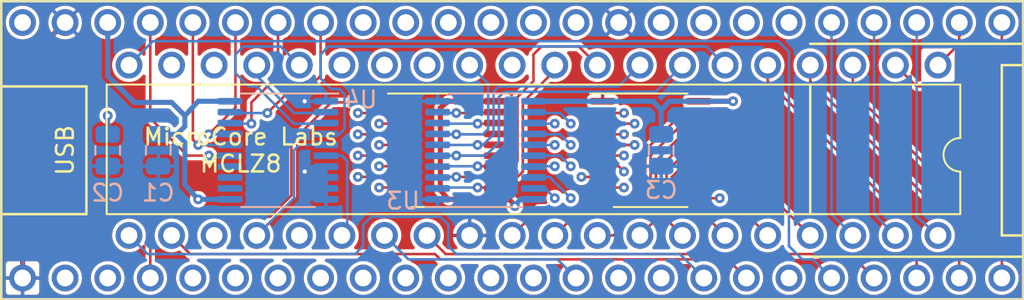
<source format=kicad_pcb>
(kicad_pcb (version 20240108) (generator "pcbnew") (generator_version "8.0")
  (layers (0 "F.Cu" signal "L1.Cu") (1 "In1.Cu" signal "L2.Cu") (2 "In2.Cu" signal "L3.Cu") (31 "B.Cu" signal "L4.Cu") (34 "B.Paste" user) (35 "F.Paste" user) (36 "B.SilkS" user "B.Silkscreen") (37 "F.SilkS" user "F.Silkscreen") (38 "B.Mask" user) (39 "F.Mask" user) (44 "Edge.Cuts" user))
  (net 0 "")
  (net 1 "+5V")
  (net 2 "GND")
  (net 3 "+3V3")
  (net 4 "TEENSY_RESET")
  (net 5 "TEENSY_CLK")
  (net 6 "TEENSY_INTR")
  (net 7 "TEENSY_NMI")
  (net 8 "TEENSY_AD0_IN")
  (net 9 "TEENSY_AD1_IN")
  (net 10 "TEENSY_AD2_IN")
  (net 11 "TEENSY_AD3_IN")
  (net 12 "TEENSY_AD4_IN")
  (net 16 "TEENSY_AD0_OUT")
  (net 17 "TEENSY_AD1_OUT")
  (net 18 "TEENSY_AD2_OUT")
  (net 19 "TEENSY_AD3_OUT")
  (net 20 "TEENSY_AD4_OUT")
  (net 21 "TEENSY_AD5_OUT")
  (net 22 "TEENSY_AD6_OUT")
  (net 23 "TEENSY_AD7_OUT")
  (net 24 "TEENSY_AD5_IN")
  (net 25 "TEENSY_AD6_IN")
  (net 26 "TEENSY_AD7_IN")
  (net 28 "CPU_A8")
  (net 29 "CPU_A9")
  (net 30 "CPU_A10")
  (net 31 "CPU_A11")
  (net 32 "CPU_A12")
  (net 33 "CPU_A13")
  (net 34 "CPU_A14")
  (net 35 "CPU_A15")
  (net 36 "CPU_CLK")
  (net 37 "CPU_INTR")
  (net 38 "CPU_NMI")
  (net 39 "CPU_AD0")
  (net 40 "CPU_AD1")
  (net 41 "CPU_AD2")
  (net 42 "CPU_AD3")
  (net 43 "CPU_AD4")
  (net 44 "CPU_AD5")
  (net 45 "CPU_AD6")
  (net 46 "CPU_AD7")
  (net 47 "CPU_RESET")
  (net 51 "TEENSY_WAIT")
  (net 52 "TEENSY_ADDR_LATCH_n")
  (net 53 "CPU_M1")
  (net 54 "CPU_HALT")
  (net 55 "CPU_IOREQ")
  (net 56 "CPU_MREQ")
  (net 57 "CPU_WR")
  (net 58 "CPU_RD")
  (net 59 "CPU_WAIT")
  (net 60 "CPU_A7")
  (net 61 "CPU_A6")
  (net 62 "CPU_A5")
  (net 63 "CPU_A4")
  (net 64 "CPU_A3")
  (net 65 "CPU_A2")
  (net 66 "CPU_A1")
  (net 67 "CPU_A0")
  (net 70 "TEENSY_DATA_OE_n")
  (net 71 "CPU_REFRESH")
  (footprint "Package_SO:TSSOP-20_4.4x6.5mm_P0.65mm" (layer "F.Cu") (at 151.43988 96.0247)
    (property "Reference" "U5" (hide yes))
    (property "Value" "SN74LVC573A")
  )
  (footprint "Teensy:Teensy41_Ted_Modified" (layer "F.Cu") (at 155.24988 96.0247)
    (property "Reference" "U1" (hide yes))
    (property "Value" "Teensy4.1" (hide yes))
  )
  (footprint "Package_DIP:DIP-40_W15.24mm" (layer "F.Cu") (at 180.64988 90.9447 -90)
    (property "Reference" "U6" (hide yes))
    (property "Value" "Z80CPU" (hide yes))
  )
  (footprint "Package_SO:TSSOP-20_4.4x6.5mm_P0.65mm" (layer "F.Cu") (at 163.50488 96.0247)
    (property "Reference" "U7" (hide yes))
    (property "Value" "SN74LVC573A")
  )
  (footprint "Package_SO:TSSOP-20_4.4x6.5mm_P0.65mm" (layer "B.Cu") (at 141.27988 96.0247 180)
    (property "Reference" "U4")
    (property "Value" "SN74LVC573A")
  )
  (footprint "Capacitor_SMD:C_0805_2012Metric" (layer "B.Cu") (at 131.11988 96.0247 -90)
    (property "Reference" "C2")
    (property "Value" "100n")
  )
  (footprint "Capacitor_SMD:C_0805_2012Metric" (layer "B.Cu") (at 134.13613 96.0247 -90)
    (property "Reference" "C1")
    (property "Value" "100n")
  )
  (footprint "Capacitor_SMD:C_0805_2012Metric" (layer "B.Cu") (at 164.13988 96.0247 -90)
    (property "Reference" "C3")
    (property "Value" "100n")
  )
  (footprint "Package_SO:TSSOP-20_4.4x6.5mm_P0.65mm" (layer "B.Cu") (at 153.66238 96.0247)
    (property "Reference" "U3")
    (property "Value" "SN74LVC573A")
  )
  (gr_line (start 124.76988 87.1347) (end 185.72988 87.1347) (stroke (width 0.05)) (layer "Edge.Cuts"))
  (gr_line (start 124.76988 104.9147) (end 124.76988 87.1347) (stroke (width 0.05)) (layer "Edge.Cuts"))
  (gr_line (start 185.72988 87.1347) (end 185.72988 104.9147) (stroke (width 0.05)) (layer "Edge.Cuts"))
  (gr_line (start 185.72988 104.9147) (end 124.76988 104.9147) (stroke (width 0.05)) (layer "Edge.Cuts"))
  (gr_text "MicroCore Labs\nMCLZ8" (at 139.05738 96.0247 0) (layer "F.SilkS") (effects (font (size 1 1))))
  (via (at 131.11988 93.96095) (size 0.5842) (drill 0.254) (layers "F.Cu" "B.Cu") (net 1))
  (segment (start 131.11988 95.0747) (end 131.11988 93.96095) (width 0.3048) (layer "B.Cu") (net 1))
  (segment (start 126.03988 90.9447) (end 126.03988 103.6447) (width 0.3048) (layer "F.Cu") (net 2))
  (segment (start 128.57988 88.4047) (end 126.03988 90.9447) (width 0.3048) (layer "F.Cu") (net 2))
  (via (at 142.86738 97.2947) (size 0.5842) (drill 0.254) (layers "F.Cu" "B.Cu") (net 2))
  (via (at 142.86738 93.0997) (size 0.5842) (drill 0.254) (layers "F.Cu" "B.Cu") (net 2))
  (segment (start 166.36738 93.0997) (end 168.42613 93.0997) (width 0.3048) (layer "F.Cu") (net 3))
  (segment (start 154.30238 98.9497) (end 151.43988 98.9497) (width 0.3048) (layer "F.Cu") (net 3))
  (segment (start 155.09113 98.9497) (end 155.40863 99.35845) (width 0.3048) (layer "F.Cu") (net 3))
  (segment (start 154.30238 93.0997) (end 153.82113 93.1672) (width 0.1524) (layer "F.Cu") (net 3))
  (segment (start 150.96363 93.4847) (end 150.96363 98.40595) (width 0.3048) (layer "F.Cu") (net 3))
  (segment (start 151.43988 93.0997) (end 150.96363 93.4847) (width 0.3048) (layer "F.Cu") (net 3))
  (segment (start 154.30238 98.9497) (end 155.09113 98.9497) (width 0.3048) (layer "F.Cu") (net 3))
  (segment (start 151.43988 98.9497) (end 150.96363 98.40595) (width 0.3048) (layer "F.Cu") (net 3))
  (segment (start 154.30238 93.0997) (end 151.43988 93.0997) (width 0.3048) (layer "F.Cu") (net 3))
  (via (at 136.51738 98.9497) (size 0.5842) (drill 0.254) (layers "F.Cu" "B.Cu") (net 3))
  (via (at 155.40863 99.35845) (size 0.5842) (drill 0.254) (layers "F.Cu" "B.Cu") (net 3))
  (via (at 168.42613 93.0997) (size 0.5842) (drill 0.254) (layers "F.Cu" "B.Cu") (net 3))
  (segment (start 131.11988 88.4047) (end 131.11988 91.5797) (width 0.3048) (layer "B.Cu") (net 3))
  (segment (start 131.11988 91.5797) (end 132.70738 93.1672) (width 0.3048) (layer "B.Cu") (net 3))
  (segment (start 138.41738 98.9497) (end 136.51738 98.9497) (width 0.3048) (layer "B.Cu") (net 3))
  (segment (start 135.72363 94.59595) (end 135.72363 93.96095) (width 0.3048) (layer "B.Cu") (net 3))
  (segment (start 135.72363 93.96095) (end 136.51738 93.0997) (width 0.3048) (layer "B.Cu") (net 3))
  (segment (start 135.72363 98.08845) (end 135.72363 95.54845) (width 0.3048) (layer "B.Cu") (net 3))
  (segment (start 163.66363 93.0997) (end 156.99613 93.0997) (width 0.3048) (layer "B.Cu") (net 3))
  (segment (start 164.13988 95.0747) (end 164.13988 93.64345) (width 0.3048) (layer "B.Cu") (net 3))
  (segment (start 136.51738 98.9497) (end 135.72363 98.08845) (width 0.3048) (layer "B.Cu") (net 3))
  (segment (start 168.42613 93.0997) (end 164.61613 93.0997) (width 0.3048) (layer "B.Cu") (net 3))
  (segment (start 164.13988 93.64345) (end 164.61613 93.0997) (width 0.3048) (layer "B.Cu") (net 3))
  (segment (start 156.52488 93.0997) (end 156.04363 93.1672) (width 0.1524) (layer "B.Cu") (net 3))
  (segment (start 164.13988 93.64345) (end 163.66363 93.0997) (width 0.3048) (layer "B.Cu") (net 3))
  (segment (start 134.13613 95.0747) (end 135.24738 95.0722) (width 0.3048) (layer "B.Cu") (net 3))
  (segment (start 135.24738 95.0722) (end 135.72363 95.54845) (width 0.3048) (layer "B.Cu") (net 3))
  (segment (start 134.92988 93.1672) (end 132.70738 93.1672) (width 0.3048) (layer "B.Cu") (net 3))
  (segment (start 155.72613 98.9497) (end 155.40863 99.35845) (width 0.3048) (layer "B.Cu") (net 3))
  (segment (start 156.99613 93.1672) (end 156.52488 93.0997) (width 0.1524) (layer "B.Cu") (net 3))
  (segment (start 156.52488 98.9497) (end 156.04363 98.8822) (width 0.1524) (layer "B.Cu") (net 3))
  (segment (start 156.52488 98.9497) (end 155.72613 98.9497) (width 0.3048) (layer "B.Cu") (net 3))
  (segment (start 138.41738 93.0997) (end 136.51738 93.0997) (width 0.3048) (layer "B.Cu") (net 3))
  (segment (start 135.72363 93.96095) (end 134.92988 93.1672) (width 0.3048) (layer "B.Cu") (net 3))
  (segment (start 135.24738 95.0722) (end 135.72363 94.59595) (width 0.3048) (layer "B.Cu") (net 3))
  (segment (start 137.15238 96.3422) (end 135.88238 96.3422) (width 0.1524) (layer "F.Cu") (net 4))
  (segment (start 133.65988 88.4047) (end 133.65988 94.1197) (width 0.1524) (layer "F.Cu") (net 4))
  (segment (start 135.88238 96.3422) (end 133.65988 94.1197) (width 0.1524) (layer "F.Cu") (net 4))
  (via (at 137.15238 96.3422) (size 0.5842) (drill 0.254) (layers "F.Cu" "B.Cu") (net 4))
  (segment (start 138.41738 96.3497) (end 137.15238 96.3422) (width 0.1524) (layer "B.Cu") (net 4))
  (segment (start 138.73988 93.4847) (end 138.73988 88.4047) (width 0.1524) (layer "F.Cu") (net 5))
  (segment (start 137.15238 95.0722) (end 138.73988 93.4847) (width 0.1524) (layer "F.Cu") (net 5))
  (via (at 137.15238 95.0722) (size 0.5842) (drill 0.254) (layers "F.Cu" "B.Cu") (net 5))
  (segment (start 138.10488 95.0722) (end 137.15238 95.0722) (width 0.1524) (layer "B.Cu") (net 5))
  (segment (start 138.41738 95.0497) (end 138.10488 95.0722) (width 0.1524) (layer "B.Cu") (net 5))
  (segment (start 141.27988 91.5797) (end 141.27988 88.4047) (width 0.1524) (layer "F.Cu") (net 6))
  (segment (start 139.69238 94.4372) (end 139.69238 93.1672) (width 0.1524) (layer "F.Cu") (net 6))
  (segment (start 139.69238 93.1672) (end 141.27988 91.5797) (width 0.1524) (layer "F.Cu") (net 6))
  (via (at 139.69238 94.4372) (size 0.5842) (drill 0.254) (layers "F.Cu" "B.Cu") (net 6))
  (segment (start 138.73988 94.4372) (end 139.69238 94.4372) (width 0.1524) (layer "B.Cu") (net 6))
  (segment (start 138.41738 94.3997) (end 138.73988 94.4372) (width 0.1524) (layer "B.Cu") (net 6))
  (segment (start 141.27988 93.1672) (end 142.07363 92.37345) (width 0.1524) (layer "F.Cu") (net 7))
  (segment (start 140.64488 93.8022) (end 141.27988 93.1672) (width 0.1524) (layer "F.Cu") (net 7))
  (segment (start 142.07363 92.37345) (end 143.02613 92.37345) (width 0.1524) (layer "F.Cu") (net 7))
  (segment (start 143.02613 92.37345) (end 143.81988 91.5797) (width 0.1524) (layer "F.Cu") (net 7))
  (segment (start 143.81988 91.5797) (end 143.81988 88.4047) (width 0.1524) (layer "F.Cu") (net 7))
  (via (at 140.64488 93.8022) (size 0.5842) (drill 0.254) (layers "F.Cu" "B.Cu") (net 7))
  (segment (start 138.73988 93.8022) (end 140.64488 93.8022) (width 0.1524) (layer "B.Cu") (net 7))
  (segment (start 138.41738 93.7497) (end 138.73988 93.8022) (width 0.1524) (layer "B.Cu") (net 7))
  (via (at 158.74238 94.4372) (size 0.5842) (drill 0.254) (layers "F.Cu" "B.Cu") (net 8))
  (segment (start 156.52488 93.7497) (end 156.83738 93.8022) (width 0.1524) (layer "B.Cu") (net 8))
  (segment (start 158.10738 93.8022) (end 158.74238 94.4372) (width 0.1524) (layer "B.Cu") (net 8))
  (segment (start 156.83738 93.8022) (end 158.10738 93.8022) (width 0.1524) (layer "B.Cu") (net 8))
  (via (at 157.78988 94.4372) (size 0.5842) (drill 0.254) (layers "F.Cu" "B.Cu") (net 9))
  (segment (start 157.78988 94.4372) (end 156.83738 94.4372) (width 0.1524) (layer "B.Cu") (net 9))
  (via (at 158.74238 95.7072) (size 0.5842) (drill 0.254) (layers "F.Cu" "B.Cu") (net 10))
  (segment (start 156.52488 95.0497) (end 156.83738 95.0722) (width 0.1524) (layer "B.Cu") (net 10))
  (segment (start 156.83738 95.0722) (end 158.10738 95.0722) (width 0.1524) (layer "B.Cu") (net 10))
  (segment (start 158.10738 95.0722) (end 158.74238 95.7072) (width 0.1524) (layer "B.Cu") (net 10))
  (via (at 157.78988 95.7072) (size 0.5842) (drill 0.254) (layers "F.Cu" "B.Cu") (net 11))
  (segment (start 156.52488 95.6997) (end 156.83738 95.7072) (width 0.1524) (layer "B.Cu") (net 11))
  (segment (start 156.83738 95.7072) (end 157.78988 95.7072) (width 0.1524) (layer "B.Cu") (net 11))
  (via (at 158.74238 96.9772) (size 0.5842) (drill 0.254) (layers "F.Cu" "B.Cu") (net 12))
  (segment (start 156.52488 96.3497) (end 156.83738 96.3422) (width 0.1524) (layer "B.Cu") (net 12))
  (segment (start 158.10738 96.3422) (end 158.74238 96.9772) (width 0.1524) (layer "B.Cu") (net 12))
  (segment (start 156.83738 96.3422) (end 158.10738 96.3422) (width 0.1524) (layer "B.Cu") (net 12))
  (segment (start 148.26488 93.8022) (end 146.04238 93.8022) (width 0.1524) (layer "F.Cu") (net 16))
  (segment (start 161.91738 93.8022) (end 160.32988 93.8022) (width 0.1524) (layer "F.Cu") (net 16))
  (segment (start 160.32988 93.8022) (end 160.64238 93.7497) (width 0.1524) (layer "F.Cu") (net 16))
  (segment (start 148.57738 93.7497) (end 148.26488 93.8022) (width 0.1524) (layer "F.Cu") (net 16))
  (via (at 146.04238 93.8022) (size 0.5842) (drill 0.254) (layers "F.Cu" "B.Cu") (net 16))
  (via (at 161.91738 93.8022) (size 0.5842) (drill 0.254) (layers "F.Cu" "B.Cu") (net 16))
  (segment (start 162.55238 94.4372) (end 160.96488 94.4372) (width 0.1524) (layer "F.Cu") (net 17))
  (segment (start 160.96488 94.4372) (end 160.64238 94.3997) (width 0.1524) (layer "F.Cu") (net 17))
  (segment (start 148.26488 94.4372) (end 147.31238 94.4372) (width 0.1524) (layer "F.Cu") (net 17))
  (segment (start 148.57738 94.3997) (end 148.26488 94.4372) (width 0.1524) (layer "F.Cu") (net 17))
  (via (at 147.31238 94.4372) (size 0.5842) (drill 0.254) (layers "F.Cu" "B.Cu") (net 17))
  (via (at 162.55238 94.4372) (size 0.5842) (drill 0.254) (layers "F.Cu" "B.Cu") (net 17))
  (segment (start 161.91738 95.0722) (end 160.32988 95.0722) (width 0.1524) (layer "F.Cu") (net 18))
  (segment (start 148.26488 95.0722) (end 146.04238 95.0722) (width 0.1524) (layer "F.Cu") (net 18))
  (segment (start 148.57738 95.0497) (end 148.26488 95.0722) (width 0.1524) (layer "F.Cu") (net 18))
  (segment (start 160.32988 95.0722) (end 160.64238 95.0497) (width 0.1524) (layer "F.Cu") (net 18))
  (via (at 146.04238 95.0722) (size 0.5842) (drill 0.254) (layers "F.Cu" "B.Cu") (net 18))
  (via (at 161.91738 95.0722) (size 0.5842) (drill 0.254) (layers "F.Cu" "B.Cu") (net 18))
  (segment (start 162.55238 95.7072) (end 160.96488 95.7072) (width 0.1524) (layer "F.Cu") (net 19))
  (segment (start 160.96488 95.7072) (end 160.64238 95.6997) (width 0.1524) (layer "F.Cu") (net 19))
  (segment (start 148.26488 95.7072) (end 147.31238 95.7072) (width 0.1524) (layer "F.Cu") (net 19))
  (segment (start 148.57738 95.6997) (end 148.26488 95.7072) (width 0.1524) (layer "F.Cu") (net 19))
  (via (at 162.55238 95.7072) (size 0.5842) (drill 0.254) (layers "F.Cu" "B.Cu") (net 19))
  (via (at 147.31238 95.7072) (size 0.5842) (drill 0.254) (layers "F.Cu" "B.Cu") (net 19))
  (segment (start 148.26488 96.3422) (end 146.04238 96.3422) (width 0.1524) (layer "F.Cu") (net 20))
  (segment (start 161.91738 96.3422) (end 160.32988 96.3422) (width 0.1524) (layer "F.Cu") (net 20))
  (segment (start 160.32988 96.3422) (end 160.64238 96.3497) (width 0.1524) (layer "F.Cu") (net 20))
  (segment (start 148.57738 96.3497) (end 148.26488 96.3422) (width 0.1524) (layer "F.Cu") (net 20))
  (via (at 146.04238 96.3422) (size 0.5842) (drill 0.254) (layers "F.Cu" "B.Cu") (net 20))
  (via (at 161.91738 96.3422) (size 0.5842) (drill 0.254) (layers "F.Cu" "B.Cu") (net 20))
  (segment (start 160.96488 96.9772) (end 160.64238 96.9997) (width 0.1524) (layer "F.Cu") (net 21))
  (segment (start 161.91738 97.2947) (end 161.59988 96.9772) (width 0.1524) (layer "F.Cu") (net 21))
  (segment (start 148.57738 96.9997) (end 148.26488 96.9772) (width 0.1524) (layer "F.Cu") (net 21))
  (segment (start 161.59988 96.9772) (end 160.96488 96.9772) (width 0.1524) (layer "F.Cu") (net 21))
  (segment (start 148.26488 96.9772) (end 147.31238 96.9772) (width 0.1524) (layer "F.Cu") (net 21))
  (via (at 161.91738 97.2947) (size 0.5842) (drill 0.254) (layers "F.Cu" "B.Cu") (net 21))
  (via (at 147.31238 96.9772) (size 0.5842) (drill 0.254) (layers "F.Cu" "B.Cu") (net 21))
  (segment (start 148.26488 97.6122) (end 146.04238 97.6122) (width 0.1524) (layer "F.Cu") (net 22))
  (segment (start 148.57738 97.6497) (end 148.26488 97.6122) (width 0.1524) (layer "F.Cu") (net 22))
  (segment (start 160.64238 97.6497) (end 160.32988 97.6122) (width 0.1524) (layer "F.Cu") (net 22))
  (segment (start 160.32988 97.6122) (end 159.37738 97.6122) (width 0.1524) (layer "F.Cu") (net 22))
  (via (at 146.04238 97.6122) (size 0.5842) (drill 0.254) (layers "F.Cu" "B.Cu") (net 22))
  (via (at 159.37738 97.6122) (size 0.5842) (drill 0.254) (layers "F.Cu" "B.Cu") (net 22))
  (segment (start 160.64238 98.2997) (end 160.96488 98.2472) (width 0.1524) (layer "F.Cu") (net 23))
  (segment (start 148.26488 98.2472) (end 147.31238 98.2472) (width 0.1524) (layer "F.Cu") (net 23))
  (segment (start 148.57738 98.2997) (end 148.26488 98.2472) (width 0.1524) (layer "F.Cu") (net 23))
  (segment (start 160.96488 98.2472) (end 161.91738 98.2472) (width 0.1524) (layer "F.Cu") (net 23))
  (via (at 161.91738 98.2472) (size 0.5842) (drill 0.254) (layers "F.Cu" "B.Cu") (net 23))
  (via (at 147.31238 98.2472) (size 0.5842) (drill 0.254) (layers "F.Cu" "B.Cu") (net 23))
  (via (at 157.78988 96.9772) (size 0.5842) (drill 0.254) (layers "F.Cu" "B.Cu") (net 24))
  (segment (start 156.52488 96.9997) (end 156.83738 96.9772) (width 0.1524) (layer "B.Cu") (net 24))
  (segment (start 156.83738 96.9772) (end 157.78988 96.9772) (width 0.1524) (layer "B.Cu") (net 24))
  (via (at 158.74238 98.8822) (size 0.5842) (drill 0.254) (layers "F.Cu" "B.Cu") (net 25))
  (segment (start 157.15488 97.6122) (end 156.52488 97.6497) (width 0.1524) (layer "B.Cu") (net 25))
  (segment (start 157.47238 97.6122) (end 157.15488 97.6122) (width 0.1524) (layer "B.Cu") (net 25))
  (segment (start 158.74238 98.8822) (end 157.47238 97.6122) (width 0.1524) (layer "B.Cu") (net 25))
  (via (at 157.78988 98.8822) (size 0.5842) (drill 0.254) (layers "F.Cu" "B.Cu") (net 26))
  (segment (start 156.52488 98.2997) (end 156.83738 98.2472) (width 0.1524) (layer "B.Cu") (net 26))
  (segment (start 157.15488 98.2472) (end 157.78988 98.8822) (width 0.1524) (layer "B.Cu") (net 26))
  (segment (start 156.83738 98.2472) (end 157.15488 98.2472) (width 0.1524) (layer "B.Cu") (net 26))
  (segment (start 174.29988 88.4047) (end 174.29988 98.5647) (width 0.1524) (layer "B.Cu") (net 28))
  (segment (start 175.56988 101.1047) (end 174.29988 99.8347) (width 0.1524) (layer "B.Cu") (net 28))
  (segment (start 174.29988 99.8347) (end 174.29988 98.5647) (width 0.1524) (layer "B.Cu") (net 28))
  (segment (start 176.83988 99.8347) (end 176.83988 98.5647) (width 0.1524) (layer "B.Cu") (net 29))
  (segment (start 178.10988 101.1047) (end 176.83988 99.8347) (width 0.1524) (layer "B.Cu") (net 29))
  (segment (start 176.83988 88.4047) (end 176.83988 98.5647) (width 0.1524) (layer "B.Cu") (net 29))
  (segment (start 179.37988 99.99345) (end 179.37988 98.5647) (width 0.1524) (layer "B.Cu") (net 30))
  (segment (start 180.64988 101.1047) (end 179.37988 99.99345) (width 0.1524) (layer "B.Cu") (net 30))
  (segment (start 179.37988 88.4047) (end 179.37988 98.5647) (width 0.1524) (layer "B.Cu") (net 30))
  (segment (start 181.91988 89.6747) (end 180.64988 90.9447) (width 0.1524) (layer "F.Cu") (net 31))
  (segment (start 181.91988 88.4047) (end 181.91988 89.6747) (width 0.1524) (layer "F.Cu") (net 31))
  (segment (start 179.37988 92.2147) (end 178.10988 90.9447) (width 0.1524) (layer "F.Cu") (net 32))
  (segment (start 184.45988 88.4047) (end 184.45988 89.6747) (width 0.1524) (layer "F.Cu") (net 32))
  (segment (start 181.91988 92.2147) (end 179.37988 92.2147) (width 0.1524) (layer "F.Cu") (net 32))
  (segment (start 184.45988 89.6747) (end 181.91988 92.2147) (width 0.1524) (layer "F.Cu") (net 32))
  (segment (start 175.56988 90.9447) (end 175.56988 92.5322) (width 0.1524) (layer "F.Cu") (net 33))
  (segment (start 175.56988 92.5322) (end 184.45988 101.4222) (width 0.1524) (layer "F.Cu") (net 33))
  (segment (start 184.45988 101.4222) (end 184.45988 103.6447) (width 0.1524) (layer "F.Cu") (net 33))
  (segment (start 181.91988 100.7872) (end 181.91988 103.6447) (width 0.1524) (layer "F.Cu") (net 34))
  (segment (start 173.02988 90.9447) (end 173.02988 91.8972) (width 0.1524) (layer "F.Cu") (net 34))
  (segment (start 173.02988 91.8972) (end 181.91988 100.7872) (width 0.1524) (layer "F.Cu") (net 34))
  (segment (start 170.48988 90.9447) (end 170.48988 91.8972) (width 0.1524) (layer "F.Cu") (net 35))
  (segment (start 170.48988 91.8972) (end 179.37988 100.7872) (width 0.1524) (layer "F.Cu") (net 35))
  (segment (start 179.37988 100.7872) (end 179.37988 103.6447) (width 0.1524) (layer "F.Cu") (net 35))
  (segment (start 144.45488 92.37345) (end 144.93113 92.37345) (width 0.1524) (layer "B.Cu") (net 36))
  (segment (start 167.94988 90.9447) (end 166.83863 89.83345) (width 0.1524) (layer "B.Cu") (net 36))
  (segment (start 144.29613 89.83345) (end 143.81988 90.3097) (width 0.1524) (layer "B.Cu") (net 36))
  (segment (start 166.83863 89.83345) (end 144.29613 89.83345) (width 0.1524) (layer "B.Cu") (net 36))
  (segment (start 143.81988 90.3097) (end 143.81988 91.73845) (width 0.1524) (layer "B.Cu") (net 36))
  (segment (start 144.93113 92.37345) (end 145.24863 92.69095) (width 0.1524) (layer "B.Cu") (net 36))
  (segment (start 143.81988 91.73845) (end 144.45488 92.37345) (width 0.1524) (layer "B.Cu") (net 36))
  (segment (start 145.24863 92.69095) (end 145.24863 94.7547) (width 0.1524) (layer "B.Cu") (net 36))
  (segment (start 145.24863 94.7547) (end 144.93113 95.0722) (width 0.1524) (layer "B.Cu") (net 36))
  (segment (start 144.93113 95.0722) (end 144.29613 95.0722) (width 0.1524) (layer "B.Cu") (net 36))
  (segment (start 144.14238 94.3997) (end 143.66113 94.4372) (width 0.1524) (layer "B.Cu") (net 37))
  (segment (start 138.73988 90.3097) (end 139.21613 89.83345) (width 0.1524) (layer "B.Cu") (net 37))
  (segment (start 143.66113 94.4372) (end 142.23238 94.4372) (width 0.1524) (layer "B.Cu") (net 37))
  (segment (start 142.23238 94.4372) (end 140.00988 92.2147) (width 0.1524) (layer "B.Cu") (net 37))
  (segment (start 138.73988 91.42095) (end 138.73988 90.3097) (width 0.1524) (layer "B.Cu") (net 37))
  (segment (start 140.00988 92.2147) (end 139.53363 92.2147) (width 0.1524) (layer "B.Cu") (net 37))
  (segment (start 139.21613 89.83345) (end 141.43863 89.83345) (width 0.1524) (layer "B.Cu") (net 37))
  (segment (start 139.53363 92.2147) (end 138.73988 91.42095) (width 0.1524) (layer "B.Cu") (net 37))
  (segment (start 141.43863 89.83345) (end 142.54988 90.9447) (width 0.1524) (layer "B.Cu") (net 37))
  (segment (start 140.00988 91.5797) (end 140.00988 90.9447) (width 0.1524) (layer "B.Cu") (net 38))
  (segment (start 142.23238 93.8022) (end 140.00988 91.5797) (width 0.1524) (layer "B.Cu") (net 38))
  (segment (start 144.14238 93.7497) (end 144.45488 93.8022) (width 0.1524) (layer "B.Cu") (net 38))
  (segment (start 142.23238 93.8022) (end 143.97863 93.8022) (width 0.1524) (layer "B.Cu") (net 38))
  (segment (start 151.91613 93.8022) (end 154.29738 93.8022) (width 0.1524) (layer "F.Cu") (net 39))
  (via (at 151.91613 93.8022) (size 0.5842) (drill 0.254) (layers "F.Cu" "B.Cu") (net 39))
  (segment (start 151.91613 93.8022) (end 151.12238 93.8022) (width 0.1524) (layer "B.Cu") (net 39))
  (segment (start 151.12238 93.8022) (end 150.79988 93.7497) (width 0.1524) (layer "B.Cu") (net 39))
  (segment (start 150.79988 93.7497) (end 150.48738 93.8022) (width 0.1524) (layer "B.Cu") (net 39))
  (segment (start 153.18613 94.4372) (end 154.29738 94.4372) (width 0.1524) (layer "F.Cu") (net 40))
  (via (at 153.18613 94.4372) (size 0.5842) (drill 0.254) (layers "F.Cu" "B.Cu") (net 40))
  (segment (start 150.79988 94.3997) (end 150.48738 94.4372) (width 0.1524) (layer "B.Cu") (net 40))
  (segment (start 151.12238 94.4372) (end 150.79988 94.3997) (width 0.1524) (layer "B.Cu") (net 40))
  (segment (start 153.18613 94.4372) (end 151.12238 94.4372) (width 0.1524) (layer "B.Cu") (net 40))
  (segment (start 151.91613 95.0722) (end 154.29738 95.0722) (width 0.1524) (layer "F.Cu") (net 41))
  (via (at 151.91613 95.0722) (size 0.5842) (drill 0.254) (layers "F.Cu" "B.Cu") (net 41))
  (segment (start 151.91613 95.0722) (end 151.12238 95.0722) (width 0.1524) (layer "B.Cu") (net 41))
  (segment (start 153.50363 95.0722) (end 153.82113 94.7547) (width 0.1524) (layer "B.Cu") (net 41))
  (segment (start 153.82113 92.05595) (end 152.70988 90.9447) (width 0.1524) (layer "B.Cu") (net 41))
  (segment (start 151.91613 95.0722) (end 153.50363 95.0722) (width 0.1524) (layer "B.Cu") (net 41))
  (segment (start 151.12238 95.0722) (end 150.79988 95.0497) (width 0.1524) (layer "B.Cu") (net 41))
  (segment (start 153.82113 94.7547) (end 153.82113 92.05595) (width 0.1524) (layer "B.Cu") (net 41))
  (segment (start 153.18613 95.7072) (end 154.29738 95.7072) (width 0.1524) (layer "F.Cu") (net 42))
  (via (at 153.18613 95.7072) (size 0.5842) (drill 0.254) (layers "F.Cu" "B.Cu") (net 42))
  (segment (start 151.43988 95.7072) (end 150.79988 95.6997) (width 0.1524) (layer "B.Cu") (net 42))
  (segment (start 153.18613 95.7072) (end 151.43988 95.7072) (width 0.1524) (layer "B.Cu") (net 42))
  (segment (start 153.50363 95.7072) (end 154.13863 95.0722) (width 0.1524) (layer "B.Cu") (net 42))
  (segment (start 154.13863 92.5322) (end 154.45613 92.2147) (width 0.1524) (layer "B.Cu") (net 42))
  (segment (start 161.59988 92.2147) (end 162.86988 90.9447) (width 0.1524) (layer "B.Cu") (net 42))
  (segment (start 154.45613 92.2147) (end 161.59988 92.2147) (width 0.1524) (layer "B.Cu") (net 42))
  (segment (start 153.18613 95.7072) (end 153.50363 95.7072) (width 0.1524) (layer "B.Cu") (net 42))
  (segment (start 154.13863 95.0722) (end 154.13863 92.5322) (width 0.1524) (layer "B.Cu") (net 42))
  (segment (start 151.91613 96.3422) (end 153.97988 96.3422) (width 0.1524) (layer "F.Cu") (net 43))
  (via (at 151.91613 96.3422) (size 0.5842) (drill 0.254) (layers "F.Cu" "B.Cu") (net 43))
  (segment (start 154.45613 92.8497) (end 154.77363 92.5322) (width 0.1524) (layer "B.Cu") (net 43))
  (segment (start 151.12238 96.3422) (end 150.79988 96.3497) (width 0.1524) (layer "B.Cu") (net 43))
  (segment (start 163.82238 92.5322) (end 165.40988 90.9447) (width 0.1524) (layer "B.Cu") (net 43))
  (segment (start 154.77363 92.5322) (end 163.82238 92.5322) (width 0.1524) (layer "B.Cu") (net 43))
  (segment (start 154.45613 95.54845) (end 154.45613 92.8497) (width 0.1524) (layer "B.Cu") (net 43))
  (segment (start 151.91613 96.3422) (end 151.12238 96.3422) (width 0.1524) (layer "B.Cu") (net 43))
  (segment (start 151.91613 96.3422) (end 153.66238 96.3422) (width 0.1524) (layer "B.Cu") (net 43))
  (segment (start 153.66238 96.3422) (end 154.45613 95.54845) (width 0.1524) (layer "B.Cu") (net 43))
  (segment (start 154.61488 96.9772) (end 155.24988 96.9772) (width 0.1524) (layer "F.Cu") (net 44))
  (segment (start 153.18613 96.9772) (end 154.29738 96.9772) (width 0.1524) (layer "F.Cu") (net 44))
  (segment (start 155.56738 92.8497) (end 156.51988 91.8972) (width 0.1524) (layer "F.Cu") (net 44))
  (segment (start 156.99613 89.83345) (end 159.21863 89.83345) (width 0.1524) (layer "F.Cu") (net 44))
  (segment (start 154.30238 96.9997) (end 154.61488 96.9772) (width 0.1524) (layer "F.Cu") (net 44))
  (segment (start 156.51988 90.3097) (end 156.99613 89.83345) (width 0.1524) (layer "F.Cu") (net 44))
  (segment (start 156.51988 91.8972) (end 156.51988 90.3097) (width 0.1524) (layer "F.Cu") (net 44))
  (segment (start 155.24988 96.9772) (end 155.56738 96.6597) (width 0.1524) (layer "F.Cu") (net 44))
  (segment (start 159.21863 89.83345) (end 160.32988 90.9447) (width 0.1524) (layer "F.Cu") (net 44))
  (segment (start 155.56738 96.6597) (end 155.56738 92.8497) (width 0.1524) (layer "F.Cu") (net 44))
  (via (at 153.18613 96.9772) (size 0.5842) (drill 0.254) (layers "F.Cu" "B.Cu") (net 44))
  (segment (start 151.12238 96.9772) (end 150.79988 96.9997) (width 0.1524) (layer "B.Cu") (net 44))
  (segment (start 153.18613 96.9772) (end 151.12238 96.9772) (width 0.1524) (layer "B.Cu") (net 44))
  (segment (start 157.78988 91.2622) (end 155.88488 93.1672) (width 0.1524) (layer "F.Cu") (net 45))
  (segment (start 157.78988 90.9447) (end 157.78988 91.2622) (width 0.1524) (layer "F.Cu") (net 45))
  (segment (start 155.88488 93.1672) (end 155.88488 97.2947) (width 0.1524) (layer "F.Cu") (net 45))
  (segment (start 151.91613 97.6122) (end 154.29738 97.6122) (width 0.1524) (layer "F.Cu") (net 45))
  (segment (start 155.56738 97.6122) (end 154.61488 97.6122) (width 0.1524) (layer "F.Cu") (net 45))
  (segment (start 155.88488 97.2947) (end 155.56738 97.6122) (width 0.1524) (layer "F.Cu") (net 45))
  (via (at 151.91613 97.6122) (size 0.5842) (drill 0.254) (layers "F.Cu" "B.Cu") (net 45))
  (segment (start 151.91613 97.6122) (end 151.12238 97.6122) (width 0.1524) (layer "B.Cu") (net 45))
  (segment (start 151.12238 97.6122) (end 150.79988 97.6497) (width 0.1524) (layer "B.Cu") (net 45))
  (segment (start 153.18613 98.2472) (end 154.29738 98.2472) (width 0.1524) (layer "F.Cu") (net 46))
  (via (at 153.18613 98.2472) (size 0.5842) (drill 0.254) (layers "F.Cu" "B.Cu") (net 46))
  (segment (start 151.12238 98.2472) (end 150.79988 98.2997) (width 0.1524) (layer "B.Cu") (net 46))
  (segment (start 153.18613 98.2472) (end 151.12238 98.2472) (width 0.1524) (layer "B.Cu") (net 46))
  (segment (start 145.08988 96.3422) (end 144.45488 96.3422) (width 0.1524) (layer "B.Cu") (net 47))
  (segment (start 145.40738 96.6597) (end 145.08988 96.3422) (width 0.1524) (layer "B.Cu") (net 47))
  (segment (start 145.08988 101.1047) (end 145.40738 100.7872) (width 0.1524) (layer "B.Cu") (net 47))
  (segment (start 145.40738 100.7872) (end 145.40738 96.6597) (width 0.1524) (layer "B.Cu") (net 47))
  (segment (start 136.51738 95.7072) (end 136.19988 95.3897) (width 0.1524) (layer "F.Cu") (net 51))
  (segment (start 136.19988 88.4047) (end 136.19988 95.3897) (width 0.1524) (layer "F.Cu") (net 51))
  (via (at 136.51738 95.7072) (size 0.5842) (drill 0.254) (layers "F.Cu" "B.Cu") (net 51))
  (segment (start 138.10488 95.7072) (end 136.51738 95.7072) (width 0.1524) (layer "B.Cu") (net 51))
  (segment (start 138.41738 95.6997) (end 138.10488 95.7072) (width 0.1524) (layer "B.Cu") (net 51))
  (segment (start 167.63238 98.8822) (end 166.83863 98.8822) (width 0.1524) (layer "F.Cu") (net 52))
  (via (at 167.63238 98.8822) (size 0.5842) (drill 0.254) (layers "F.Cu" "B.Cu") (net 52))
  (segment (start 159.05988 103.6447) (end 157.94863 102.53345) (width 0.1524) (layer "B.Cu") (net 53))
  (segment (start 149.05863 102.53345) (end 147.62988 101.1047) (width 0.1524) (layer "B.Cu") (net 53))
  (segment (start 157.94863 102.53345) (end 149.05863 102.53345) (width 0.1524) (layer "B.Cu") (net 53))
  (segment (start 133.81863 89.51595) (end 132.38988 90.9447) (width 0.1524) (layer "B.Cu") (net 55))
  (segment (start 171.75988 97.2947) (end 171.75988 90.15095) (width 0.1524) (layer "B.Cu") (net 55))
  (segment (start 171.12488 89.51595) (end 133.81863 89.51595) (width 0.1524) (layer "B.Cu") (net 55))
  (segment (start 171.75988 90.15095) (end 171.12488 89.51595) (width 0.1524) (layer "B.Cu") (net 55))
  (segment (start 173.18863 102.53345) (end 172.55363 102.53345) (width 0.1524) (layer "B.Cu") (net 55))
  (segment (start 174.29988 103.6447) (end 173.18863 102.53345) (width 0.1524) (layer "B.Cu") (net 55))
  (segment (start 172.55363 102.53345) (end 171.75988 101.7397) (width 0.1524) (layer "B.Cu") (net 55))
  (segment (start 171.75988 101.7397) (end 171.75988 97.2947) (width 0.1524) (layer "B.Cu") (net 55))
  (segment (start 169.21988 103.6447) (end 168.10863 102.53345) (width 0.1524) (layer "F.Cu") (net 57))
  (segment (start 168.10863 102.53345) (end 150.96363 102.53345) (width 0.1524) (layer "F.Cu") (net 57))
  (segment (start 150.96363 102.53345) (end 150.64613 102.21595) (width 0.1524) (layer "F.Cu") (net 57))
  (segment (start 136.04113 102.21595) (end 134.92988 101.1047) (width 0.1524) (layer "F.Cu") (net 57))
  (segment (start 150.64613 102.21595) (end 136.04113 102.21595) (width 0.1524) (layer "F.Cu") (net 57))
  (segment (start 146.83613 99.99345) (end 150.96363 99.99345) (width 0.1524) (layer "B.Cu") (net 58))
  (segment (start 145.88363 102.21595) (end 146.35988 101.7397) (width 0.1524) (layer "B.Cu") (net 58))
  (segment (start 146.35988 101.7397) (end 146.35988 100.4697) (width 0.1524) (layer "B.Cu") (net 58))
  (segment (start 150.96363 99.99345) (end 151.43988 100.4697) (width 0.1524) (layer "B.Cu") (net 58))
  (segment (start 133.50113 102.21595) (end 145.88363 102.21595) (width 0.1524) (layer "B.Cu") (net 58))
  (segment (start 146.35988 100.4697) (end 146.83613 99.99345) (width 0.1524) (layer "B.Cu") (net 58))
  (segment (start 151.91613 102.21595) (end 165.25113 102.21595) (width 0.1524) (layer "B.Cu") (net 58))
  (segment (start 132.38988 101.1047) (end 133.50113 102.21595) (width 0.1524) (layer "B.Cu") (net 58))
  (segment (start 151.43988 101.7397) (end 151.91613 102.21595) (width 0.1524) (layer "B.Cu") (net 58))
  (segment (start 165.25113 102.21595) (end 166.67988 103.6447) (width 0.1524) (layer "B.Cu") (net 58))
  (segment (start 151.43988 100.4697) (end 151.43988 101.7397) (width 0.1524) (layer "B.Cu") (net 58))
  (segment (start 142.23238 96.0247) (end 142.23238 98.8822) (width 0.1524) (layer "B.Cu") (net 59))
  (segment (start 144.14238 95.6997) (end 142.54988 95.7072) (width 0.1524) (layer "B.Cu") (net 59))
  (segment (start 142.23238 98.8822) (end 140.00988 101.1047) (width 0.1524) (layer "B.Cu") (net 59))
  (segment (start 142.54988 95.7072) (end 142.23238 96.0247) (width 0.1524) (layer "B.Cu") (net 59))
  (segment (start 170.17238 98.2472) (end 166.99738 98.2472) (width 0.1524) (layer "F.Cu") (net 60))
  (segment (start 173.02988 101.1047) (end 170.17238 98.2472) (width 0.1524) (layer "F.Cu") (net 60))
  (segment (start 166.36738 97.6497) (end 166.04488 97.6122) (width 0.1524) (layer "F.Cu") (net 61))
  (segment (start 165.09238 99.1997) (end 165.40988 99.5172) (width 0.1524) (layer "F.Cu") (net 61))
  (segment (start 165.40988 97.6122) (end 165.09238 97.9297) (width 0.1524) (layer "F.Cu") (net 61))
  (segment (start 165.09238 97.9297) (end 165.09238 99.1997) (width 0.1524) (layer "F.Cu") (net 61))
  (segment (start 166.04488 97.6122) (end 165.40988 97.6122) (width 0.1524) (layer "F.Cu") (net 61))
  (segment (start 165.40988 99.5172) (end 168.90238 99.5172) (width 0.1524) (layer "F.Cu") (net 61))
  (segment (start 168.90238 99.5172) (end 170.48988 101.1047) (width 0.1524) (layer "F.Cu") (net 61))
  (segment (start 166.36738 96.9997) (end 166.04488 96.9772) (width 0.1524) (layer "F.Cu") (net 62))
  (segment (start 166.67988 99.8347) (end 167.94988 101.1047) (width 0.1524) (layer "F.Cu") (net 62))
  (segment (start 164.77488 99.5172) (end 165.09238 99.8347) (width 0.1524) (layer "F.Cu") (net 62))
  (segment (start 165.09238 99.8347) (end 166.67988 99.8347) (width 0.1524) (layer "F.Cu") (net 62))
  (segment (start 164.77488 97.6122) (end 164.77488 99.5172) (width 0.1524) (layer "F.Cu") (net 62))
  (segment (start 166.04488 96.9772) (end 165.40988 96.9772) (width 0.1524) (layer "F.Cu") (net 62))
  (segment (start 165.40988 96.9772) (end 164.77488 97.6122) (width 0.1524) (layer "F.Cu") (net 62))
  (segment (start 165.40988 101.1047) (end 164.45738 100.1522) (width 0.1524) (layer "F.Cu") (net 63))
  (segment (start 165.40988 96.3422) (end 166.04488 96.3422) (width 0.1524) (layer "F.Cu") (net 63))
  (segment (start 164.45738 97.2947) (end 165.40988 96.3422) (width 0.1524) (layer "F.Cu") (net 63))
  (segment (start 164.45738 100.1522) (end 164.45738 97.2947) (width 0.1524) (layer "F.Cu") (net 63))
  (segment (start 164.13988 96.9772) (end 165.40988 95.7072) (width 0.1524) (layer "F.Cu") (net 64))
  (segment (start 162.86988 101.1047) (end 164.13988 99.8347) (width 0.1524) (layer "F.Cu") (net 64))
  (segment (start 165.40988 95.7072) (end 166.04488 95.7072) (width 0.1524) (layer "F.Cu") (net 64))
  (segment (start 164.13988 99.8347) (end 164.13988 96.9772) (width 0.1524) (layer "F.Cu") (net 64))
  (segment (start 160.32988 101.1047) (end 161.28238 101.1047) (width 0.1524) (layer "F.Cu") (net 65))
  (segment (start 163.82238 96.6597) (end 165.40988 95.0722) (width 0.1524) (layer "F.Cu") (net 65))
  (segment (start 165.40988 95.0722) (end 166.04488 95.0722) (width 0.1524) (layer "F.Cu") (net 65))
  (segment (start 163.82238 98.5647) (end 163.82238 96.6597) (width 0.1524) (layer "F.Cu") (net 65))
  (segment (start 161.28238 101.1047) (end 163.82238 98.5647) (width 0.1524) (layer "F.Cu") (net 65))
  (segment (start 161.91738 99.8347) (end 163.50488 98.2472) (width 0.1524) (layer "F.Cu") (net 66))
  (segment (start 163.50488 98.2472) (end 163.50488 96.3422) (width 0.1524) (layer "F.Cu") (net 66))
  (segment (start 159.05988 99.8347) (end 161.91738 99.8347) (width 0.1524) (layer "F.Cu") (net 66))
  (segment (start 165.40988 94.4372) (end 166.04488 94.4372) (width 0.1524) (layer "F.Cu") (net 66))
  (segment (start 157.78988 101.1047) (end 159.05988 99.8347) (width 0.1524) (layer "F.Cu") (net 66))
  (segment (start 163.50488 96.3422) (end 165.40988 94.4372) (width 0.1524) (layer "F.Cu") (net 66))
  (segment (start 155.24988 101.1047) (end 156.83738 99.5172) (width 0.1524) (layer "F.Cu") (net 67))
  (segment (start 163.18738 96.0247) (end 165.40988 93.8022) (width 0.1524) (layer "F.Cu") (net 67))
  (segment (start 156.83738 99.5172) (end 161.59988 99.5172) (width 0.1524) (layer "F.Cu") (net 67))
  (segment (start 163.18738 97.9297) (end 163.18738 96.0247) (width 0.1524) (layer "F.Cu") (net 67))
  (segment (start 165.40988 93.8022) (end 166.36238 93.8022) (width 0.1524) (layer "F.Cu") (net 67))
  (segment (start 161.59988 99.5172) (end 163.18738 97.9297) (width 0.1524) (layer "F.Cu") (net 67))
  (segment (start 148.57738 93.0997) (end 148.10613 93.1672) (width 0.1524) (layer "F.Cu") (net 70))
  (segment (start 144.45488 93.1672) (end 142.07363 95.54845) (width 0.1524) (layer "F.Cu") (net 70))
  (segment (start 148.10613 93.1672) (end 144.45488 93.1672) (width 0.1524) (layer "F.Cu") (net 70))
  (segment (start 142.07363 95.54845) (end 142.07363 98.72345) (width 0.1524) (layer "F.Cu") (net 70))
  (segment (start 142.07363 98.72345) (end 140.80363 99.99345) (width 0.1524) (layer "F.Cu") (net 70))
  (segment (start 134.13613 99.99345) (end 133.65988 100.4697) (width 0.1524) (layer "F.Cu") (net 70))
  (segment (start 133.65988 100.4697) (end 133.65988 103.6447) (width 0.1524) (layer "F.Cu") (net 70))
  (segment (start 140.80363 99.99345) (end 134.13613 99.99345) (width 0.1524) (layer "F.Cu") (net 70))
  (segment (start 176.83988 103.6447) (end 175.41113 102.21595) (width 0.1524) (layer "F.Cu") (net 71))
  (segment (start 151.28113 102.21595) (end 150.16988 101.1047) (width 0.1524) (layer "F.Cu") (net 71))
  (segment (start 175.41113 102.21595) (end 151.28113 102.21595) (width 0.1524) (layer "F.Cu") (net 71))
  (zone (net 2) (net_name "GND") (layer "F.Cu") (connect_pads (clearance 0.2032)) (min_thickness 0.2032) (fill yes (thermal_gap 0.2032) (thermal_bridge_width 0.2032))
    (polygon (pts (xy 185.72988 87.1347) (xy 185.72988 104.9147) (xy 124.76988 104.9147) (xy 124.76988 87.1347)))
  )
  (zone (net 2) (net_name "GND") (layer "B.Cu") (priority 1) (connect_pads (clearance 0.2032)) (min_thickness 0.2032) (fill yes (thermal_gap 0.2032) (thermal_bridge_width 0.2032))
    (polygon (pts (xy 185.72988 87.1347) (xy 185.72988 104.9147) (xy 124.76988 104.9147) (xy 124.76988 87.1347)))
  )
)
</source>
